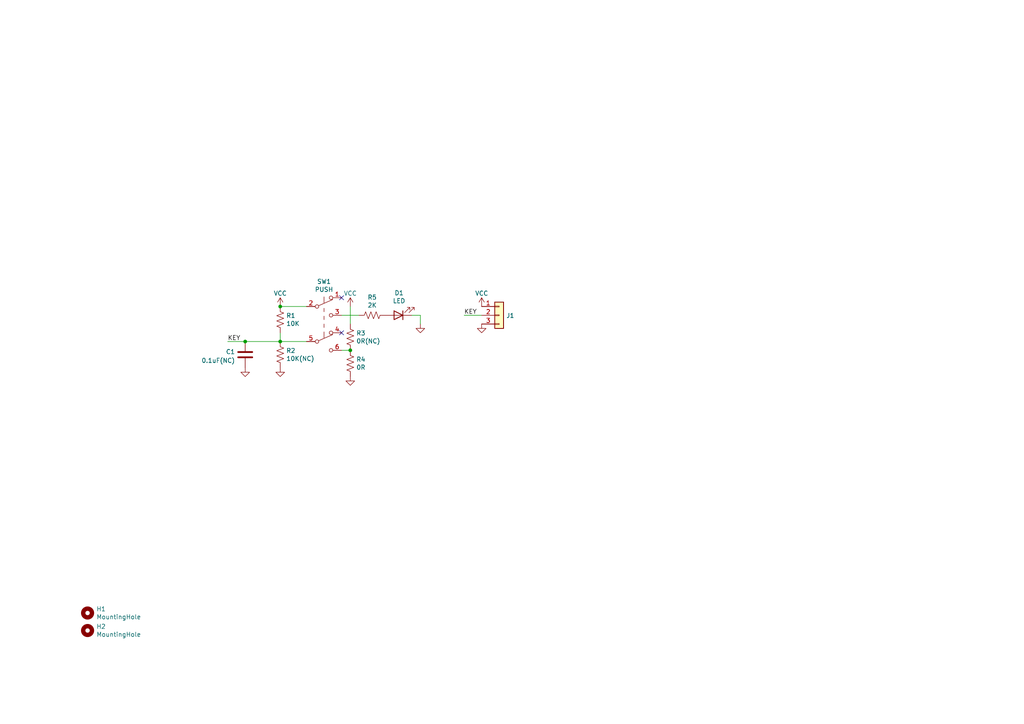
<source format=kicad_sch>
(kicad_sch (version 20211123) (generator eeschema)
  (paper "A4")
  (title_block (title "#0101 PUSH") (date "2022-09-11") (rev "V1.0") (company "TileParts"))
  (lib_symbols
    (symbol "Connector_Generic:Conn_01x03" (pin_names (offset 1.016) hide)
      (property "Reference" "J" (at 0 5.08 0))
      (property "Value" "Conn_01x03" (at 0 -5.08 0))
      (symbol "Conn_01x03_1_1"
        (rectangle (start -1.27 -2.413) (end 0 -2.667) (stroke (width 0.1524)))
        (rectangle (start -1.27 0.127) (end 0 -0.127) (stroke (width 0.1524)))
        (rectangle (start -1.27 2.667) (end 0 2.413) (stroke (width 0.1524)))
        (rectangle (start -1.27 3.81) (end 1.27 -3.81) (stroke (width 0.254)) (fill (type background)))
        (pin passive line (at -5.08 2.54 0) (length 3.81) (name "Pin_1") (number "1"))
        (pin passive line (at -5.08 0 0) (length 3.81) (name "Pin_2") (number "2"))
        (pin passive line (at -5.08 -2.54 0) (length 3.81) (name "Pin_3") (number "3"))
      )
    )
    (symbol "Device:C" (pin_numbers hide) (pin_names (offset 0.254))
      (property "Reference" "C" (at 0.635 2.54 0))
      (property "Value" "C" (at 0.635 -2.54 0))
      (symbol "C_0_1"
        (polyline (pts (xy -2.032 -0.762) (xy 2.032 -0.762)) (stroke (width 0.508)))
        (polyline (pts (xy -2.032 0.762) (xy 2.032 0.762)) (stroke (width 0.508)))
      )
      (symbol "C_1_1"
        (pin passive line (at 0 3.81 270) (length 2.794) (name "~") (number "1"))
        (pin passive line (at 0 -3.81 90) (length 2.794) (name "~") (number "2"))
      )
    )
    (symbol "Device:LED" (pin_numbers hide) (pin_names (offset 1.016) hide)
      (property "Reference" "D" (at 0 2.54 0))
      (property "Value" "LED" (at 0 -2.54 0))
      (symbol "LED_0_1"
        (polyline (pts (xy -1.27 -1.27) (xy -1.27 1.27)) (stroke (width 0.254)))
        (polyline (pts (xy -1.27 0) (xy 1.27 0)))
        (polyline (pts (xy 1.27 -1.27) (xy 1.27 1.27) (xy -1.27 0) (xy 1.27 -1.27)) (stroke (width 0.254)))
        (polyline (pts (xy -3.048 -0.762) (xy -4.572 -2.286) (xy -3.81 -2.286) (xy -4.572 -2.286) (xy -4.572 -1.524)))
        (polyline (pts (xy -1.778 -0.762) (xy -3.302 -2.286) (xy -2.54 -2.286) (xy -3.302 -2.286) (xy -3.302 -1.524)))
      )
      (symbol "LED_1_1"
        (pin passive line (at -3.81 0 0) (length 2.54) (name "K") (number "1"))
        (pin passive line (at 3.81 0 180) (length 2.54) (name "A") (number "2"))
      )
    )
    (symbol "Device:R_US" (pin_numbers hide) (pin_names (offset 0))
      (property "Reference" "R" (at 2.54 0 90))
      (property "Value" "R_US" (at -2.54 0 90))
      (symbol "R_US_0_1"
        (polyline (pts (xy 0 -2.286) (xy 0 -2.54)))
        (polyline (pts (xy 0 2.286) (xy 0 2.54)))
        (polyline (pts (xy 0 -0.762) (xy 1.016 -1.143) (xy 0 -1.524) (xy -1.016 -1.905) (xy 0 -2.286)))
        (polyline (pts (xy 0 0.762) (xy 1.016 0.381) (xy 0 0) (xy -1.016 -0.381) (xy 0 -0.762)))
        (polyline (pts (xy 0 2.286) (xy 1.016 1.905) (xy 0 1.524) (xy -1.016 1.143) (xy 0 0.762)))
      )
      (symbol "R_US_1_1"
        (pin passive line (at 0 3.81 270) (length 1.27) (name "~") (number "1"))
        (pin passive line (at 0 -3.81 90) (length 1.27) (name "~") (number "2"))
      )
    )
    (symbol "Mechanical:MountingHole" (pin_names (offset 1.016))
      (property "Reference" "H" (at 0 5.08 0))
      (property "Value" "MountingHole" (at 0 3.175 0))
      (symbol "MountingHole_0_1"
        (circle (center 0 0) (radius 1.27) (stroke (width 1.27)))
      )
    )
    (symbol "Switch:SW_Push_DPDT" (pin_names (offset 0) hide)
      (property "Reference" "SW" (at 0 8.89 0))
      (property "Value" "SW_Push_DPDT" (at 0 -10.16 0))
      (symbol "SW_Push_DPDT_0_0"
        (circle (center -2.032 -5.08) (radius 0.508))
        (circle (center -2.032 5.08) (radius 0.508))
        (circle (center 2.032 -7.62) (radius 0.508))
        (circle (center 2.032 2.54) (radius 0.508))
      )
      (symbol "SW_Push_DPDT_0_1"
        (polyline (pts (xy -1.524 -4.826) (xy 2.54 -3.048)))
        (polyline (pts (xy -1.524 5.334) (xy 2.54 7.112)))
        (polyline (pts (xy 0 -2.286) (xy 0 -4.064)))
        (polyline (pts (xy 0 -1.016) (xy 0 0)))
        (polyline (pts (xy 0 1.27) (xy 0 2.286)))
        (polyline (pts (xy 0 3.556) (xy 0 4.572)))
        (polyline (pts (xy 0 7.874) (xy 0 6.096)))
        (circle (center 2.032 -2.54) (radius 0.508))
        (circle (center 2.032 7.62) (radius 0.508))
      )
      (symbol "SW_Push_DPDT_1_1"
        (pin passive line (at 5.08 7.62 180) (length 2.54) (name "A") (number "1"))
        (pin passive line (at -5.08 5.08 0) (length 2.54) (name "B") (number "2"))
        (pin passive line (at 5.08 2.54 180) (length 2.54) (name "C") (number "3"))
        (pin passive line (at 5.08 -2.54 180) (length 2.54) (name "A") (number "4"))
        (pin passive line (at -5.08 -5.08 0) (length 2.54) (name "B") (number "5"))
        (pin passive line (at 5.08 -7.62 180) (length 2.54) (name "C") (number "6"))
      )
    )
    (symbol "power:GND" (power) (pin_names (offset 0))
      (property "Value" "GND" (at 0 -3.81 0))
      (symbol "GND_0_1"
        (polyline (pts (xy 0 0) (xy 0 -1.27) (xy 1.27 -1.27) (xy 0 -2.54) (xy -1.27 -1.27) (xy 0 -1.27)))
      )
      (symbol "GND_1_1"
        (pin power_in line (at 0 0 270) (length 0) hide (name "GND") (number "1"))
      )
    )
    (symbol "power:VCC" (power) (pin_names (offset 0))
      (property "Value" "VCC" (at 0 3.81 0))
      (symbol "VCC_0_1"
        (polyline (pts (xy -0.762 1.27) (xy 0 2.54)))
        (polyline (pts (xy 0 0) (xy 0 2.54)))
        (polyline (pts (xy 0 2.54) (xy 0.762 1.27)))
      )
      (symbol "VCC_1_1"
        (pin power_in line (at 0 0 90) (length 0) hide (name "VCC") (number "1"))
      )
    )
  )
  (junction (at 71.12 99.06))
  (junction (at 101.6 101.6))
  (junction (at 81.28 88.9))
  (junction (at 81.28 99.06))
  (no_connect (at 99.06 96.52))
  (no_connect (at 99.06 86.36))
  (wire (pts (xy 81.28 88.9) (xy 88.9 88.9)))
  (wire (pts (xy 101.6 101.6) (xy 99.06 101.6)))
  (wire (pts (xy 121.92 93.98) (xy 121.92 91.44)))
  (wire (pts (xy 66.04 99.06) (xy 71.12 99.06)))
  (wire (pts (xy 121.92 91.44) (xy 119.38 91.44)))
  (wire (pts (xy 99.06 91.44) (xy 104.14 91.44)))
  (wire (pts (xy 81.28 96.52) (xy 81.28 99.06)))
  (wire (pts (xy 71.12 99.06) (xy 81.28 99.06)))
  (wire (pts (xy 101.6 88.9) (xy 101.6 93.98)))
  (wire (pts (xy 81.28 99.06) (xy 88.9 99.06)))
  (wire (pts (xy 134.62 91.44) (xy 139.7 91.44)))
  (label "KEY" (at 134.62 91.44 0))
  (label "KEY" (at 66.04 99.06 0))
  (symbol (lib_id "Mechanical:MountingHole") (at 25.4 177.8 0) (unit 1)
    (property "Reference" "H1" (at 27.94 176.6316 0) (effects (justify left)))
    (property "Value" "MountingHole" (at 27.94 178.943 0) (effects (justify left)))
    (property "Footprint" "MountingHole:MountingHole_2.2mm_M2" (effects hide))
  )
  (symbol (lib_id "Mechanical:MountingHole") (at 25.4 182.88 0) (unit 1)
    (property "Reference" "H2" (at 27.94 181.7116 0) (effects (justify left)))
    (property "Value" "MountingHole" (at 27.94 184.023 0) (effects (justify left)))
    (property "Footprint" "MountingHole:MountingHole_2.2mm_M2" (effects hide))
  )
  (symbol (lib_id "Connector_Generic:Conn_01x03") (at 144.78 91.44 0) (unit 1)
    (property "Reference" "J1" (at 146.812 91.5416 0) (effects (justify left)))
    (property "Value" "Conn_01x03" (effects hide))
    (property "Footprint" "Connector_PinHeader_2.54mm:PinHeader_1x03_P2.54mm_Vertical" (effects hide))
  )
  (symbol (lib_id "Switch:SW_Push_DPDT") (at 93.98 93.98 0) (unit 1)
    (property "Reference" "SW1" (at 93.98 81.661 0))
    (property "Value" "PUSH" (at 93.98 83.9724 0))
    (property "Footprint" "JLC-SMT:SW_Push_DPDT_8.5x8.5mm" (effects hide))
    (property "Manufacturer" "GANGYUAN" (effects hide))
    (property "PartNumber" "C194405" (effects hide))
    (property "Supplier" "JLC-EXT" (effects hide))
  )
  (symbol (lib_id "Device:R_US") (at 81.28 92.71 0) (unit 1)
    (property "Reference" "R1" (at 83.0072 91.5416 0) (effects (justify left)))
    (property "Value" "10K" (at 83.0072 93.853 0) (effects (justify left)))
    (property "Footprint" "Resistor_SMD:R_0402_1005Metric" (effects hide))
    (property "Manufacturer" "UniOhm" (effects hide))
    (property "PartNumber" "C25744" (effects hide))
    (property "Supplier" "JLC" (effects hide))
  )
  (symbol (lib_id "Device:R_US") (at 81.28 102.87 0) (unit 1)
    (property "Reference" "R2" (at 83.0072 101.7016 0) (effects (justify left)))
    (property "Value" "10K(NC)" (at 83.0072 104.013 0) (effects (justify left)))
    (property "Footprint" "Resistor_SMD:R_0402_1005Metric" (effects hide))
  )
  (symbol (lib_id "power:VCC") (at 81.28 88.9 0) (unit 1)
    (property "Reference" "#PWR01" (effects hide))
    (property "Value" "VCC" (at 81.28 85.09 0))
  )
  (symbol (lib_id "power:GND") (at 81.28 106.68 0) (unit 1)
    (property "Reference" "#PWR02" (effects hide))
    (property "Value" "GND" (effects hide))
  )
  (symbol (lib_id "Device:R_US") (at 107.95 91.44 270) (unit 1)
    (property "Reference" "R5" (at 107.95 86.233 90))
    (property "Value" "2K" (at 107.95 88.5444 90))
    (property "Footprint" "Resistor_SMD:R_0402_1005Metric" (effects hide))
    (property "Manufacturer" "UniOhm" (effects hide))
    (property "PartNumber" "C4109" (effects hide))
    (property "Supplier" "JLC" (effects hide))
  )
  (symbol (lib_id "Device:LED") (at 115.57 91.44 180) (unit 1)
    (property "Reference" "D1" (at 115.7478 84.963 0))
    (property "Value" "LED" (at 115.7478 87.2744 0))
    (property "Footprint" "LED_SMD:LED_0603_1608Metric" (effects hide))
    (property "Manufacturer" "EVERLIGHT" (effects hide))
    (property "PartNumber" "C72041" (effects hide))
    (property "Supplier" "JLC" (effects hide))
  )
  (symbol (lib_id "power:GND") (at 121.92 93.98 0) (unit 1)
    (property "Reference" "#PWR05" (effects hide))
    (property "Value" "GND" (effects hide))
  )
  (symbol (lib_id "power:GND") (at 101.6 109.22 0) (unit 1)
    (property "Reference" "#PWR04" (effects hide))
    (property "Value" "GND" (effects hide))
  )
  (symbol (lib_id "Device:R_US") (at 101.6 97.79 0) (unit 1)
    (property "Reference" "R3" (at 103.3272 96.6216 0) (effects (justify left)))
    (property "Value" "0R(NC)" (at 103.3272 98.933 0) (effects (justify left)))
    (property "Footprint" "Resistor_SMD:R_0402_1005Metric" (effects hide))
  )
  (symbol (lib_id "power:VCC") (at 101.6 88.9 0) (unit 1)
    (property "Reference" "#PWR03" (effects hide))
    (property "Value" "VCC" (at 101.6 85.09 0))
  )
  (symbol (lib_id "Device:R_US") (at 101.6 105.41 0) (unit 1)
    (property "Reference" "R4" (at 103.3272 104.2416 0) (effects (justify left)))
    (property "Value" "0R" (at 103.3272 106.553 0) (effects (justify left)))
    (property "Footprint" "Resistor_SMD:R_0402_1005Metric" (effects hide))
    (property "Manufacturer" "UniOhm" (effects hide))
    (property "PartNumber" "C17168" (effects hide))
    (property "Supplier" "JLC" (effects hide))
  )
  (symbol (lib_id "power:VCC") (at 139.7 88.9 0) (unit 1)
    (property "Reference" "#PWR06" (effects hide))
    (property "Value" "VCC" (at 139.7 85.09 0))
  )
  (symbol (lib_id "power:GND") (at 139.7 93.98 0) (unit 1)
    (property "Reference" "#PWR07" (effects hide))
    (property "Value" "GND" (effects hide))
  )
  (symbol (lib_id "Device:C") (at 71.12 102.87 0) (unit 1)
    (property "Reference" "C1" (at 68.199 102.0353 0) (effects (justify right)))
    (property "Value" "0.1uF(NC)" (at 68.199 104.5722 0) (effects (justify right)))
    (property "Footprint" "Capacitor_SMD:C_0402_1005Metric" (effects hide))
  )
  (symbol (lib_id "power:GND") (at 71.12 106.68 0) (unit 1)
    (property "Reference" "#PWR0101" (effects hide))
    (property "Value" "GND" (effects hide))
  )
)
</source>
